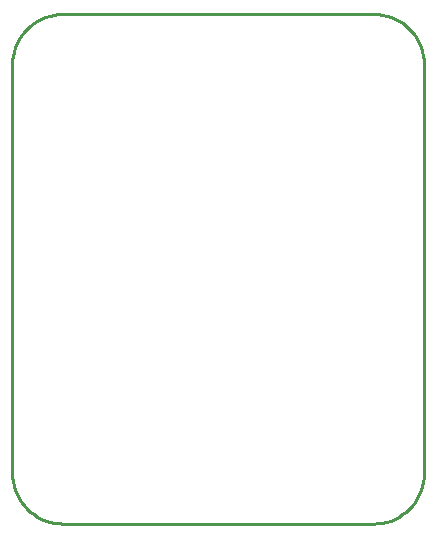
<source format=gbr>
G04 EAGLE Gerber RS-274X export*
G75*
%MOMM*%
%FSLAX34Y34*%
%LPD*%
%IN*%
%IPPOS*%
%AMOC8*
5,1,8,0,0,1.08239X$1,22.5*%
G01*
G04 Define Apertures*
%ADD10C,0.254000*%
D10*
X0Y43360D02*
X165Y39581D01*
X659Y35831D01*
X1477Y32138D01*
X2615Y28530D01*
X4063Y25036D01*
X5809Y21680D01*
X7842Y18490D01*
X10144Y15489D01*
X12700Y12700D01*
X15489Y10144D01*
X18490Y7842D01*
X21680Y5809D01*
X25036Y4063D01*
X28530Y2615D01*
X32138Y1477D01*
X35831Y659D01*
X39581Y165D01*
X43360Y0D01*
X306031Y0D01*
X309781Y164D01*
X313502Y654D01*
X317165Y1466D01*
X320745Y2594D01*
X324212Y4031D01*
X327541Y5763D01*
X330706Y7780D01*
X333683Y10064D01*
X336450Y12600D01*
X338986Y15367D01*
X341270Y18344D01*
X343287Y21509D01*
X345020Y24838D01*
X346456Y28305D01*
X347584Y31885D01*
X348396Y35549D01*
X348886Y39269D01*
X349050Y43019D01*
X349050Y388869D01*
X348887Y392600D01*
X348400Y396302D01*
X347591Y399948D01*
X346469Y403510D01*
X345039Y406960D01*
X343315Y410272D01*
X341309Y413422D01*
X339035Y416384D01*
X336512Y419137D01*
X333759Y421660D01*
X330797Y423934D01*
X327647Y425940D01*
X324335Y427664D01*
X320885Y429094D01*
X317323Y430216D01*
X313677Y431025D01*
X309975Y431512D01*
X306244Y431675D01*
X43147Y431675D01*
X39386Y431511D01*
X35655Y431020D01*
X31980Y430205D01*
X28390Y429073D01*
X24912Y427632D01*
X21573Y425894D01*
X18399Y423872D01*
X15413Y421581D01*
X12637Y419038D01*
X10094Y416262D01*
X7803Y413276D01*
X5781Y410102D01*
X4043Y406763D01*
X2602Y403285D01*
X1470Y399695D01*
X656Y396020D01*
X164Y392289D01*
X0Y388528D01*
X0Y43360D01*
M02*

</source>
